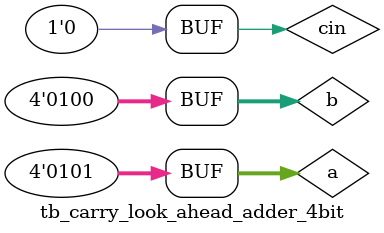
<source format=v>
module tb_carry_look_ahead_adder_4bit (
    
);
    reg [3:0]a,b;
    reg cin;
    wire [2:0]C;
    wire [3:0]g,p;
    wire cout;
    wire [3:0]s;

    dut_carry_look_ahead_adder_4bit aa1(a,b,g,p,cin,C,s,cout);
    initial begin
        #5;
        a=4'd6; b=4'd6; cin=0;#10;
        a=4'd12; b=4'd11 ;#10;
        a=4'd5; b=4'd4; #10;
    end

endmodule

</source>
